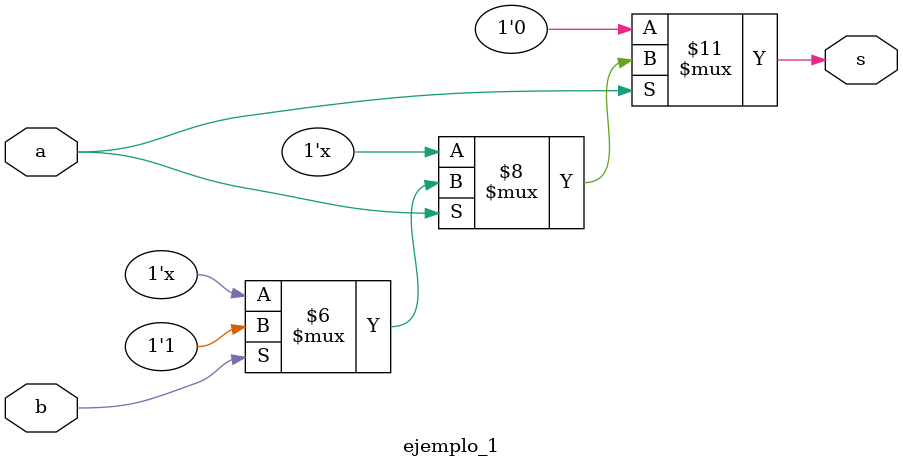
<source format=v>
module ejemplo_1(
    input wire a,
    input wire b,
    output reg s
);


always@(a,b) begin //Cada vez que cambia a o b llama al proceso
    if(a==1) begin
        if(b==1) begin
            s=1;
        end
    end
    else
        s=0;
end        


endmodule    
</source>
